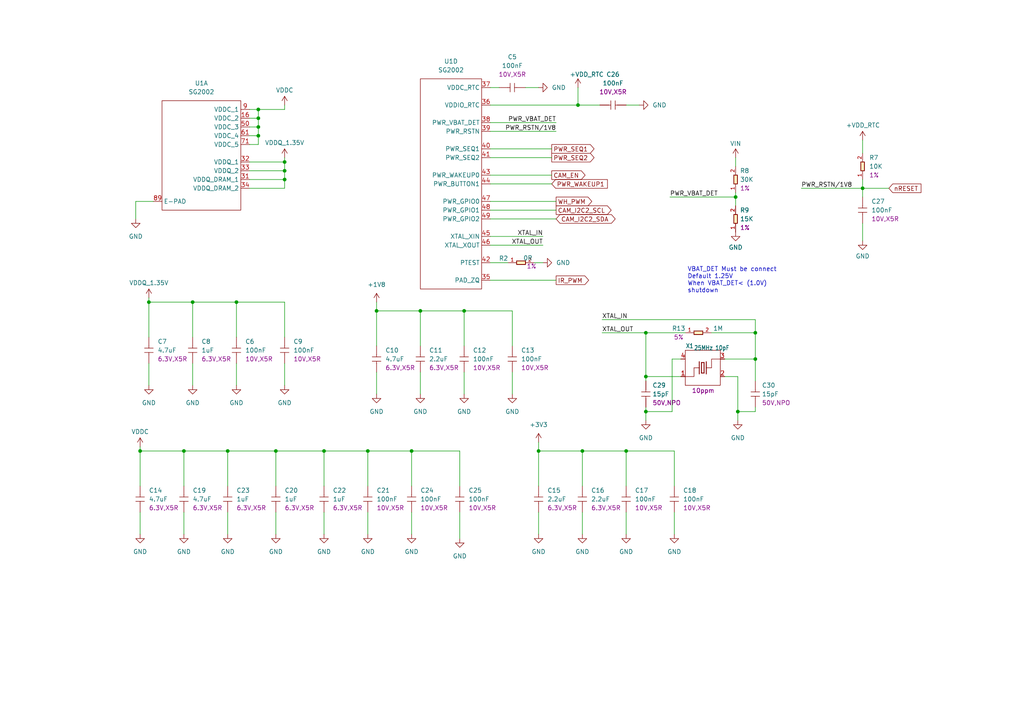
<source format=kicad_sch>
(kicad_sch (version 20231120) (generator "eeschema") (generator_version "8.0")
  (paper "A4")
  (title_block (title "ReCamera Core") (date "2024-04-25") (rev "V1.0") (company "Vincent"))
  (lib_symbols
    (symbol "P & G:+1V8" (power) (pin_names (offset 0))
      (property "Value" "+1V8" (at 0 3.556 0))
      (symbol "+1V8_1_1"
        (pin power_in line (at 0 0 90) (length 0) hide (name "+1V8") (number "1"))
      )
    )
    (symbol "P & G:+3V3" (power) (pin_names (offset 0))
      (property "Value" "+3V3" (at 0 3.556 0))
      (symbol "+3V3_1_1"
        (pin power_in line (at 0 0 90) (length 0) hide (name "+3V3") (number "1"))
      )
    )
    (symbol "P & G:+5V" (power) (pin_names (offset 0))
      (property "Value" "+5V" (at 0 3.556 0))
      (symbol "+5V_1_1"
        (pin power_in line (at 0 0 90) (length 0) hide (name "+5V") (number "1"))
      )
    )
    (symbol "P & G:GND" (power) (pin_names (offset 0))
      (property "Value" "GND" (at 0 -3.81 0))
      (symbol "GND_1_1"
        (pin power_in line (at 0 0 270) (length 0) hide (name "GND") (number "1"))
      )
    )
    (symbol "Seeed_libdb:Resistors/301010526" (pin_names (offset 1.016))
      (property "Reference" "R" (at -1.905 0.635 0))
      (property "Value" "10K" (at 0.635 0.635 0))
      (property "Power Rating" "1%" (at 0 0 0))
      (symbol "Resistors/301010526_0_0"
        (pin passive line (at -3.81 0 0) (length 2.54) (name "~") (number "1"))
        (pin passive line (at 3.81 0 180) (length 2.54) (name "~") (number "2"))
      )
    )
    (symbol "Seeed_libdb:Resistors/301010676" (pin_names (offset 1.016))
      (property "Reference" "R" (at -1.905 0.635 0))
      (property "Value" "1M" (at 0.635 0.635 0))
      (property "Power Rating" "5%" (at 0 0 0))
      (symbol "Resistors/301010676_0_0"
        (pin passive line (at -3.81 0 0) (length 2.54) (name "~") (number "1"))
        (pin passive line (at 3.81 0 180) (length 2.54) (name "~") (number "2"))
      )
    )
    (symbol "libdb:Capacitors/302010019" (pin_numbers hide) (pin_names hide)
      (property "Reference" "C" (at 3.175 0 0))
      (property "Value" "4.7uF" (at 5.715 -1.905 0))
      (property "Voltage Rating" "6.3V,X5R" (at 0 0 0))
      (symbol "Capacitors/302010019_1_1"
        (pin passive line (at 0 3.81 270) (length 2.54) (name "1") (number "1"))
        (pin passive line (at 0 -3.81 90) (length 2.54) (name "2") (number "2"))
      )
    )
    (symbol "libdb:Capacitors/302010233" (pin_numbers hide) (pin_names hide)
      (property "Reference" "C" (at 3.175 0 0))
      (property "Value" "2.2uF" (at 5.715 -1.905 0))
      (property "Voltage Rating" "6.3V,X5R" (at 0 0 0))
      (symbol "Capacitors/302010233_1_1"
        (pin passive line (at 0 3.81 270) (length 2.54) (name "1") (number "1"))
        (pin passive line (at 0 -3.81 90) (length 2.54) (name "2") (number "2"))
      )
    )
    (symbol "libdb:Capacitors/302010270" (pin_numbers hide) (pin_names hide)
      (property "Reference" "C" (at 3.175 0 0))
      (property "Value" "1uF" (at 5.715 -1.905 0))
      (property "Voltage Rating" "6.3V,X5R" (at 0 0 0))
      (symbol "Capacitors/302010270_1_1"
        (pin passive line (at 0 3.81 270) (length 2.54) (name "1") (number "1"))
        (pin passive line (at 0 -3.81 90) (length 2.54) (name "2") (number "2"))
      )
    )
    (symbol "libdb:Capacitors/302010271" (pin_numbers hide) (pin_names hide)
      (property "Reference" "C" (at 3.175 0 0))
      (property "Value" "100nF" (at 5.715 -1.905 0))
      (property "Voltage Rating" "10V,X5R" (at 0 0 0))
      (symbol "Capacitors/302010271_1_1"
        (pin passive line (at 0 3.81 270) (length 2.54) (name "1") (number "1"))
        (pin passive line (at 0 -3.81 90) (length 2.54) (name "2") (number "2"))
      )
    )
    (symbol "libdb:Capacitors/302013320" (pin_numbers hide) (pin_names hide)
      (property "Reference" "C" (at 3.175 0 0))
      (property "Value" "15pF" (at 5.715 -1.905 0))
      (property "Voltage Rating" "50V,NPO" (at 0 0 0))
      (symbol "Capacitors/302013320_1_1"
        (pin passive line (at 0 3.81 270) (length 2.54) (name "1") (number "1"))
        (pin passive line (at 0 -3.81 90) (length 2.54) (name "2") (number "2"))
      )
    )
    (symbol "libdb:Ic/310011796"
      (property "Reference" "U" (at -11.43 16.51 0))
      (property "Value" "SG2002" (at 8.89 16.51 0))
      (symbol "Ic/310011796_1_1"
        (pin passive line (at 13.97 10.16 180) (length 2.54) (name "VDDC_2") (number "16"))
        (pin passive line (at 13.97 -7.62 180) (length 2.54) (name "VDDQ_DRAM_1") (number "31"))
        (pin passive line (at 13.97 -2.54 180) (length 2.54) (name "VDDQ_1") (number "32"))
        (pin passive line (at 13.97 -5.08 180) (length 2.54) (name "VDDQ_2") (number "33"))
        (pin passive line (at 13.97 -10.16 180) (length 2.54) (name "VDDQ_DRAM_2") (number "34"))
        (pin passive line (at 13.97 7.62 180) (length 2.54) (name "VDDC_3") (number "50"))
        (pin passive line (at 13.97 5.08 180) (length 2.54) (name "VDDC_4") (number "61"))
        (pin passive line (at 13.97 2.54 180) (length 2.54) (name "VDDC_5") (number "71"))
        (pin passive line (at -13.97 -13.97 0) (length 2.54) (name "E-PAD") (number "89"))
        (pin passive line (at 13.97 12.7 180) (length 2.54) (name "VDDC_1") (number "9"))
      )
      (symbol "Ic/310011796_2_1"
        (pin passive line (at 11.43 -5.08 180) (length 2.54) (name "VSS18A_AUD") (number "1"))
        (pin passive line (at 11.43 7.62 180) (length 2.54) (name "PAD_AUD_AINL_MIC") (number "2"))
        (pin passive line (at 11.43 0 180) (length 2.54) (name "PAD_AUD_AVREF") (number "3"))
        (pin passive line (at 11.43 5.08 180) (length 2.54) (name "PAD_AUD_AOUTR") (number "4"))
        (pin passive line (at 11.43 12.7 180) (length 2.54) (name "VDD18A_AUD") (number "5"))
      )
      (symbol "Ic/310011796_3_1"
        (pin passive line (at 10.16 0 180) (length 2.54) (name "SD0_D1") (number "10"))
        (pin passive line (at 10.16 -2.54 180) (length 2.54) (name "SD0_D2") (number "11"))
        (pin passive line (at 10.16 -5.08 180) (length 2.54) (name "SD0_D3") (number "12"))
        (pin passive line (at 10.16 12.7 180) (length 2.54) (name "VDDIO_SD0_EMMC") (number "13"))
        (pin passive line (at 10.16 -7.62 180) (length 2.54) (name "SD0_CD") (number "14"))
        (pin passive line (at 10.16 -12.7 180) (length 2.54) (name "SD0_PWR_EN") (number "15"))
        (pin passive line (at 10.16 -63.5 180) (length 2.54) (name "SPK_EN") (number "17"))
        (pin passive line (at 10.16 -17.78 180) (length 2.54) (name "UART0_TX") (number "18"))
        (pin passive line (at 10.16 -20.32 180) (length 2.54) (name "UART0_RX") (number "19"))
        (pin passive line (at 10.16 -35.56 180) (length 2.54) (name "EMMC_DAT2") (number "20"))
        (pin passive line (at 10.16 -25.4 180) (length 2.54) (name "EMMC_CLK") (number "21"))
        (pin passive line (at 10.16 -30.48 180) (length 2.54) (name "EMMC_DAT0") (number "22"))
        (pin passive line (at 10.16 -38.1 180) (length 2.54) (name "EMMC_DAT3") (number "23"))
        (pin passive line (at 10.16 -27.94 180) (length 2.54) (name "EMMC_CMD") (number "24"))
        (pin passive line (at 10.16 -33.02 180) (length 2.54) (name "EMMC_DAT1") (number "25"))
        (pin passive line (at 10.16 -43.18 180) (length 2.54) (name "JTAG_CPU_TMS") (number "26"))
        (pin passive line (at 10.16 -45.72 180) (length 2.54) (name "JTAG_CPU_TCK") (number "27"))
        (pin passive line (at 10.16 -53.34 180) (length 2.54) (name "IIC0_SCL") (number "28"))
        (pin passive line (at 10.16 -50.8 180) (length 2.54) (name "IIC0_SDA") (number "29"))
        (pin passive line (at 10.16 -58.42 180) (length 2.54) (name "AUX0") (number "30"))
        (pin passive line (at 10.16 7.62 180) (length 2.54) (name "SD0_CLK") (number "6"))
        (pin passive line (at 10.16 5.08 180) (length 2.54) (name "SD0_CMD") (number "7"))
        (pin passive line (at 10.16 2.54 180) (length 2.54) (name "SD0_D0") (number "8"))
      )
      (symbol "Ic/310011796_4_1"
        (pin passive line (at 8.89 -43.18 180) (length 2.54) (name "PAD_ZQ") (number "35"))
        (pin passive line (at 8.89 7.62 180) (length 2.54) (name "VDDIO_RTC") (number "36"))
        (pin passive line (at 8.89 12.7 180) (length 2.54) (name "VDDC_RTC") (number "37"))
        (pin passive line (at 8.89 2.54 180) (length 2.54) (name "PWR_VBAT_DET") (number "38"))
        (pin passive line (at 8.89 0 180) (length 2.54) (name "PWR_RSTN") (number "39"))
        (pin passive line (at 8.89 -5.08 180) (length 2.54) (name "PWR_SEQ1") (number "40"))
        (pin passive line (at 8.89 -7.62 180) (length 2.54) (name "PWR_SEQ2") (number "41"))
        (pin passive line (at 8.89 -38.1 180) (length 2.54) (name "PTEST") (number "42"))
        (pin passive line (at 8.89 -12.7 180) (length 2.54) (name "PWR_WAKEUP0") (number "43"))
        (pin passive line (at 8.89 -15.24 180) (length 2.54) (name "PWR_BUTTON1") (number "44"))
        (pin passive line (at 8.89 -30.48 180) (length 2.54) (name "XTAL_XIN") (number "45"))
        (pin passive line (at 8.89 -33.02 180) (length 2.54) (name "XTAL_XOUT") (number "46"))
        (pin passive line (at 8.89 -20.32 180) (length 2.54) (name "PWR_GPIO0") (number "47"))
        (pin passive line (at 8.89 -22.86 180) (length 2.54) (name "PWR_GPIO1") (number "48"))
        (pin passive line (at 8.89 -25.4 180) (length 2.54) (name "PWR_GPIO2") (number "49"))
      )
      (symbol "Ic/310011796_5_1"
        (pin passive line (at 7.62 -5.08 180) (length 2.54) (name "SD1_D3") (number "51"))
        (pin passive line (at 7.62 -2.54 180) (length 2.54) (name "SD1_D2") (number "52"))
        (pin passive line (at 7.62 0 180) (length 2.54) (name "SD1_D1") (number "53"))
        (pin passive line (at 7.62 2.54 180) (length 2.54) (name "SD1_D0") (number "54"))
        (pin passive line (at 7.62 5.08 180) (length 2.54) (name "SD1_CMD") (number "55"))
        (pin passive line (at 7.62 7.62 180) (length 2.54) (name "SD1_CLK") (number "56"))
        (pin passive line (at 7.62 12.7 180) (length 2.54) (name "VDDIO_SD1") (number "57"))
      )
      (symbol "Ic/310011796_6_1"
        (pin passive line (at 13.97 -29.21 180) (length 2.54) (name "PWM0_BUCK") (number "58"))
        (pin passive line (at 13.97 -24.13 180) (length 2.54) (name "ADC1") (number "59"))
        (pin passive line (at 13.97 -19.05 180) (length 2.54) (name "USB_VBUS_DET") (number "60"))
        (pin passive line (at 13.97 1.27 180) (length 2.54) (name "PAD_ETH_TXP_EPHY_RXN") (number "62"))
        (pin passive line (at 13.97 -1.27 180) (length 2.54) (name "PAD_ETH_TXM_EPHY_RXP") (number "63"))
        (pin passive line (at 13.97 -3.81 180) (length 2.54) (name "PAD_ETH_RXP_EPHY_TXN") (number "64"))
        (pin passive line (at 13.97 -6.35 180) (length 2.54) (name "PAD_ETH_RXM_EPHY_TXP") (number "65"))
        (pin passive line (at 13.97 6.35 180) (length 2.54) (name "VDD33A_ETH_USB") (number "66"))
        (pin passive line (at 13.97 -8.89 180) (length 2.54) (name "GPIO_RTX_EPHY_RTX") (number "67"))
        (pin passive line (at 13.97 11.43 180) (length 2.54) (name "VDD18A_USB_PLL_ETH") (number "68"))
        (pin passive line (at 13.97 -13.97 180) (length 2.54) (name "USB_DP") (number "69"))
        (pin passive line (at 13.97 -16.51 180) (length 2.54) (name "USB_DM") (number "70"))
      )
      (symbol "Ic/310011796_7_1"
        (pin passive line (at 10.16 7.62 180) (length 2.54) (name "PAD_MIPIRX4N") (number "72"))
        (pin passive line (at 10.16 5.08 180) (length 2.54) (name "PAD_MIPIRX4P") (number "73"))
        (pin passive line (at 10.16 2.54 180) (length 2.54) (name "PAD_MIPIRX3N") (number "74"))
        (pin passive line (at 10.16 0 180) (length 2.54) (name "PAD_MIPIRX3P") (number "75"))
        (pin passive line (at 10.16 -2.54 180) (length 2.54) (name "PAD_MIPIRX2N") (number "76"))
        (pin passive line (at 10.16 -5.08 180) (length 2.54) (name "PAD_MIPIRX2P") (number "77"))
        (pin passive line (at 10.16 -7.62 180) (length 2.54) (name "PAD_MIPIRX1N") (number "78"))
        (pin passive line (at 10.16 -10.16 180) (length 2.54) (name "PAD_MIPIRX1P") (number "79"))
        (pin passive line (at 10.16 -12.7 180) (length 2.54) (name "PAD_MIPIRX0N") (number "80"))
        (pin passive line (at 10.16 -15.24 180) (length 2.54) (name "PAD_MIPIRX0P") (number "81"))
        (pin passive line (at 10.16 12.7 180) (length 2.54) (name "VDD18A_MIPI") (number "82"))
        (pin passive line (at 10.16 -20.32 180) (length 2.54) (name "PAD_MIPI_TXM2") (number "83"))
        (pin passive line (at 10.16 -22.86 180) (length 2.54) (name "PAD_MIPI_TXP2") (number "84"))
        (pin passive line (at 10.16 -25.4 180) (length 2.54) (name "PAD_MIPI_TXM1") (number "85"))
        (pin passive line (at 10.16 -27.94 180) (length 2.54) (name "PAD_MIPI_TXP1") (number "86"))
        (pin passive line (at 10.16 -30.48 180) (length 2.54) (name "PAD_MIPI_TXM0") (number "87"))
        (pin passive line (at 10.16 -33.02 180) (length 2.54) (name "PAD_MIPI_TXP0") (number "88"))
      )
    )
    (symbol "libdb:OSC & XTAL/306011563" (pin_names hide)
      (property "Reference" "X" (at -5.08 5.08 0))
      (property "Value" "25MHz 10pF" (at -2.54 5.08 0))
      (property "Rating" "10ppm" (at 0 0 0))
      (symbol "OSC & XTAL/306011563_1_0"
        (pin passive line (at -6.35 -2.54 0) (length 1.27) (name "1") (number "1"))
        (pin passive line (at 6.35 -2.54 180) (length 1.27) (name "2") (number "2"))
        (pin passive line (at 6.35 2.54 180) (length 1.27) (name "3") (number "3"))
        (pin passive line (at -6.35 2.54 0) (length 1.27) (name "4") (number "4"))
      )
    )
    (symbol "libdb:Resistors/301010525" (pin_names (offset 1.016))
      (property "Reference" "R" (at -1.905 0.635 0))
      (property "Value" "0R" (at 0.635 0.635 0))
      (property "Power Rating" "1%" (at 0 0 0))
      (symbol "Resistors/301010525_0_0"
        (pin passive line (at -3.81 0 0) (length 2.54) (name "~") (number "1"))
        (pin passive line (at 3.81 0 180) (length 2.54) (name "~") (number "2"))
      )
    )
    (symbol "libdb:Resistors/301012913" (pin_names (offset 1.016))
      (property "Reference" "R" (at -1.905 0.635 0))
      (property "Value" "15K" (at 0.635 0.635 0))
      (property "Power Rating" "1%" (at 0 0 0))
      (symbol "Resistors/301012913_0_0"
        (pin passive line (at -3.81 0 0) (length 2.54) (name "~") (number "1"))
        (pin passive line (at 3.81 0 180) (length 2.54) (name "~") (number "2"))
      )
    )
    (symbol "libdb:Resistors/301013727" (pin_names (offset 1.016))
      (property "Reference" "R" (at -1.905 0.635 0))
      (property "Value" "30K" (at 0.635 0.635 0))
      (property "Power Rating" "1%" (at 0 0 0))
      (symbol "Resistors/301013727_0_0"
        (pin passive line (at -3.81 0 0) (length 2.54) (name "~") (number "1"))
        (pin passive line (at 3.81 0 180) (length 2.54) (name "~") (number "2"))
      )
    )
  )
  (junction (at 187.325 119.38))
  (junction (at 106.68 130.81))
  (junction (at 74.93 39.37))
  (junction (at 93.98 130.81))
  (junction (at 74.93 36.83))
  (junction (at 156.21 130.81))
  (junction (at 213.995 119.38))
  (junction (at 250.19 54.61))
  (junction (at 167.64 30.48))
  (junction (at 181.61 130.81))
  (junction (at 40.64 130.81))
  (junction (at 55.88 87.63))
  (junction (at 168.91 130.81))
  (junction (at 80.01 130.81))
  (junction (at 43.18 87.63))
  (junction (at 219.075 96.52))
  (junction (at 187.325 96.52))
  (junction (at 74.93 31.75))
  (junction (at 109.22 90.17))
  (junction (at 121.92 90.17))
  (junction (at 82.55 49.53))
  (junction (at 68.58 87.63))
  (junction (at 119.38 130.81))
  (junction (at 213.36 57.15))
  (junction (at 53.34 130.81))
  (junction (at 82.55 46.99))
  (junction (at 219.075 104.14))
  (junction (at 66.04 130.81))
  (junction (at 187.325 109.22))
  (junction (at 74.93 34.29))
  (junction (at 134.62 90.17))
  (junction (at 82.55 52.07))
  (wire (pts (xy 197.485 104.14) (xy 194.945 104.14)))
  (wire (pts (xy 213.995 109.22) (xy 213.995 119.38)))
  (wire (pts (xy 181.61 148.59) (xy 181.61 154.94)))
  (wire (pts (xy 55.88 87.63) (xy 55.88 97.79)))
  (wire (pts (xy 43.18 87.63) (xy 55.88 87.63)))
  (wire (pts (xy 109.22 90.17) (xy 109.22 100.33)))
  (wire (pts (xy 53.34 130.81) (xy 66.04 130.81)))
  (wire (pts (xy 219.075 104.14) (xy 219.075 110.49)))
  (wire (pts (xy 40.64 129.54) (xy 40.64 130.81)))
  (wire (pts (xy 142.24 60.96) (xy 161.29 60.96)))
  (wire (pts (xy 142.24 63.5) (xy 161.29 63.5)))
  (wire (pts (xy 187.325 118.11) (xy 187.325 119.38)))
  (wire (pts (xy 82.55 97.79) (xy 82.55 87.63)))
  (wire (pts (xy 219.075 96.52) (xy 219.075 104.14)))
  (wire (pts (xy 250.19 52.07) (xy 250.19 54.61)))
  (wire (pts (xy 250.19 54.61) (xy 250.19 57.15)))
  (wire (pts (xy 80.01 148.59) (xy 80.01 154.94)))
  (wire (pts (xy 142.24 50.8) (xy 160.02 50.8)))
  (wire (pts (xy 68.58 87.63) (xy 82.55 87.63)))
  (wire (pts (xy 142.24 76.2) (xy 147.32 76.2)))
  (wire (pts (xy 210.185 109.22) (xy 213.995 109.22)))
  (wire (pts (xy 39.37 58.42) (xy 39.37 63.5)))
  (wire (pts (xy 210.185 104.14) (xy 219.075 104.14)))
  (wire (pts (xy 134.62 90.17) (xy 148.59 90.17)))
  (wire (pts (xy 66.04 130.81) (xy 66.04 140.97)))
  (wire (pts (xy 213.36 57.15) (xy 213.36 59.69)))
  (wire (pts (xy 82.55 52.07) (xy 82.55 54.61)))
  (wire (pts (xy 72.39 49.53) (xy 82.55 49.53)))
  (wire (pts (xy 213.995 119.38) (xy 213.995 121.92)))
  (wire (pts (xy 142.24 25.4) (xy 144.78 25.4)))
  (wire (pts (xy 80.01 140.97) (xy 80.01 130.81)))
  (wire (pts (xy 156.21 148.59) (xy 156.21 154.94)))
  (wire (pts (xy 74.93 31.75) (xy 82.55 31.75)))
  (wire (pts (xy 195.58 148.59) (xy 195.58 154.94)))
  (wire (pts (xy 168.91 130.81) (xy 168.91 140.97)))
  (wire (pts (xy 119.38 130.81) (xy 119.38 140.97)))
  (wire (pts (xy 74.93 34.29) (xy 74.93 36.83)))
  (wire (pts (xy 174.625 92.71) (xy 219.075 92.71)))
  (wire (pts (xy 187.325 109.22) (xy 187.325 110.49)))
  (wire (pts (xy 93.98 130.81) (xy 93.98 140.97)))
  (wire (pts (xy 106.68 130.81) (xy 119.38 130.81)))
  (wire (pts (xy 148.59 107.95) (xy 148.59 114.3)))
  (wire (pts (xy 187.325 109.22) (xy 197.485 109.22)))
  (wire (pts (xy 109.22 90.17) (xy 121.92 90.17)))
  (wire (pts (xy 142.24 43.18) (xy 160.02 43.18)))
  (wire (pts (xy 133.35 148.59) (xy 133.35 156.21)))
  (wire (pts (xy 55.88 87.63) (xy 68.58 87.63)))
  (wire (pts (xy 250.19 54.61) (xy 257.81 54.61)))
  (wire (pts (xy 72.39 31.75) (xy 74.93 31.75)))
  (wire (pts (xy 106.68 130.81) (xy 106.68 140.97)))
  (wire (pts (xy 134.62 107.95) (xy 134.62 114.3)))
  (wire (pts (xy 213.995 119.38) (xy 219.075 119.38)))
  (wire (pts (xy 168.91 148.59) (xy 168.91 154.94)))
  (wire (pts (xy 44.45 58.42) (xy 39.37 58.42)))
  (wire (pts (xy 167.64 30.48) (xy 167.64 25.4)))
  (wire (pts (xy 152.4 25.4) (xy 156.21 25.4)))
  (wire (pts (xy 109.22 107.95) (xy 109.22 114.3)))
  (wire (pts (xy 133.35 140.97) (xy 133.35 130.81)))
  (wire (pts (xy 142.24 81.28) (xy 161.29 81.28)))
  (wire (pts (xy 174.625 96.52) (xy 187.325 96.52)))
  (wire (pts (xy 74.93 41.91) (xy 74.93 39.37)))
  (wire (pts (xy 148.59 100.33) (xy 148.59 90.17)))
  (wire (pts (xy 43.18 87.63) (xy 43.18 97.79)))
  (wire (pts (xy 167.64 30.48) (xy 173.99 30.48)))
  (wire (pts (xy 72.39 54.61) (xy 82.55 54.61)))
  (wire (pts (xy 68.58 87.63) (xy 68.58 97.79)))
  (wire (pts (xy 72.39 34.29) (xy 74.93 34.29)))
  (wire (pts (xy 194.31 57.15) (xy 213.36 57.15)))
  (wire (pts (xy 82.55 105.41) (xy 82.55 111.76)))
  (wire (pts (xy 194.945 119.38) (xy 187.325 119.38)))
  (wire (pts (xy 142.24 35.56) (xy 161.29 35.56)))
  (wire (pts (xy 93.98 148.59) (xy 93.98 154.94)))
  (wire (pts (xy 43.18 86.36) (xy 43.18 87.63)))
  (wire (pts (xy 55.88 105.41) (xy 55.88 111.76)))
  (wire (pts (xy 142.24 38.1) (xy 161.29 38.1)))
  (wire (pts (xy 250.19 64.77) (xy 250.19 69.85)))
  (wire (pts (xy 121.92 107.95) (xy 121.92 114.3)))
  (wire (pts (xy 82.55 49.53) (xy 82.55 52.07)))
  (wire (pts (xy 219.075 92.71) (xy 219.075 96.52)))
  (wire (pts (xy 142.24 68.58) (xy 157.48 68.58)))
  (wire (pts (xy 121.92 90.17) (xy 134.62 90.17)))
  (wire (pts (xy 109.22 87.63) (xy 109.22 90.17)))
  (wire (pts (xy 181.61 130.81) (xy 195.58 130.81)))
  (wire (pts (xy 68.58 105.41) (xy 68.58 111.76)))
  (wire (pts (xy 93.98 130.81) (xy 106.68 130.81)))
  (wire (pts (xy 213.36 55.88) (xy 213.36 57.15)))
  (wire (pts (xy 187.325 96.52) (xy 187.325 109.22)))
  (wire (pts (xy 142.24 45.72) (xy 160.02 45.72)))
  (wire (pts (xy 195.58 140.97) (xy 195.58 130.81)))
  (wire (pts (xy 168.91 130.81) (xy 181.61 130.81)))
  (wire (pts (xy 156.21 130.81) (xy 156.21 140.97)))
  (wire (pts (xy 156.21 128.27) (xy 156.21 130.81)))
  (wire (pts (xy 40.64 130.81) (xy 53.34 130.81)))
  (wire (pts (xy 82.55 30.48) (xy 82.55 31.75)))
  (wire (pts (xy 156.21 130.81) (xy 168.91 130.81)))
  (wire (pts (xy 72.39 36.83) (xy 74.93 36.83)))
  (wire (pts (xy 206.375 96.52) (xy 219.075 96.52)))
  (wire (pts (xy 219.075 119.38) (xy 219.075 118.11)))
  (wire (pts (xy 72.39 41.91) (xy 74.93 41.91)))
  (wire (pts (xy 72.39 46.99) (xy 82.55 46.99)))
  (wire (pts (xy 82.55 46.99) (xy 82.55 49.53)))
  (wire (pts (xy 74.93 36.83) (xy 74.93 39.37)))
  (wire (pts (xy 142.24 58.42) (xy 161.29 58.42)))
  (wire (pts (xy 106.68 148.59) (xy 106.68 154.94)))
  (wire (pts (xy 142.24 71.12) (xy 157.48 71.12)))
  (wire (pts (xy 74.93 34.29) (xy 74.93 31.75)))
  (wire (pts (xy 142.24 53.34) (xy 160.02 53.34)))
  (wire (pts (xy 119.38 130.81) (xy 133.35 130.81)))
  (wire (pts (xy 154.94 76.2) (xy 157.48 76.2)))
  (wire (pts (xy 119.38 148.59) (xy 119.38 154.94)))
  (wire (pts (xy 134.62 90.17) (xy 134.62 100.33)))
  (wire (pts (xy 53.34 130.81) (xy 53.34 140.97)))
  (wire (pts (xy 72.39 52.07) (xy 82.55 52.07)))
  (wire (pts (xy 187.325 119.38) (xy 187.325 121.92)))
  (wire (pts (xy 213.36 45.72) (xy 213.36 48.26)))
  (wire (pts (xy 40.64 148.59) (xy 40.64 154.94)))
  (wire (pts (xy 80.01 130.81) (xy 93.98 130.81)))
  (wire (pts (xy 66.04 148.59) (xy 66.04 154.94)))
  (wire (pts (xy 181.61 130.81) (xy 181.61 140.97)))
  (wire (pts (xy 187.325 96.52) (xy 198.755 96.52)))
  (wire (pts (xy 181.61 30.48) (xy 185.42 30.48)))
  (wire (pts (xy 142.24 30.48) (xy 167.64 30.48)))
  (wire (pts (xy 72.39 39.37) (xy 74.93 39.37)))
  (wire (pts (xy 250.19 54.61) (xy 232.41 54.61)))
  (wire (pts (xy 82.55 45.72) (xy 82.55 46.99)))
  (wire (pts (xy 53.34 148.59) (xy 53.34 154.94)))
  (wire (pts (xy 40.64 130.81) (xy 40.64 140.97)))
  (wire (pts (xy 66.04 130.81) (xy 80.01 130.81)))
  (wire (pts (xy 43.18 105.41) (xy 43.18 111.76)))
  (wire (pts (xy 121.92 90.17) (xy 121.92 100.33)))
  (wire (pts (xy 194.945 104.14) (xy 194.945 119.38)))
  (wire (pts (xy 250.19 40.64) (xy 250.19 44.45)))
  (text "VBAT_DET Must be connect\nDefault 1.25V\nWhen VBAT_DET< (1.0V)\nshutdown" (at 199.39 85.09 0) (effects (font (size 1.27 1.27)) (justify left bottom)))
  (label "PWR_RSTN{slash}1V8" (at 161.29 38.1 180))
  (label "PWR_RSTN{slash}1V8" (at 232.41 54.61 0))
  (label "PWR_VBAT_DET" (at 194.31 57.15 0))
  (label "XTAL_OUT" (at 174.625 96.52 0))
  (label "XTAL_IN" (at 157.48 68.58 180))
  (label "XTAL_OUT" (at 157.48 71.12 180))
  (label "PWR_VBAT_DET" (at 161.29 35.56 180))
  (label "XTAL_IN" (at 174.625 92.71 0))
  (global_label "PWR_SEQ2" (shape output) (at 160.02 45.72 0) (property "Intersheetrefs" "${INTERSHEET_REFS}" (effects (hide yes))))
  (global_label "WH_PWM" (shape output) (at 161.29 58.42 0) (property "Intersheetrefs" "${INTERSHEET_REFS}" (effects (hide yes))))
  (global_label "CAM_I2C2_SCL" (shape output) (at 161.29 60.96 0) (property "Intersheetrefs" "${INTERSHEET_REFS}" (effects (hide yes))))
  (global_label "PWR_SEQ1" (shape output) (at 160.02 43.18 0) (property "Intersheetrefs" "${INTERSHEET_REFS}" (effects (hide yes))))
  (global_label "CAM_EN" (shape output) (at 160.02 50.8 0) (property "Intersheetrefs" "${INTERSHEET_REFS}" (effects (hide yes))))
  (global_label "CAM_I2C2_SDA" (shape bidirectional) (at 161.29 63.5 0) (property "Intersheetrefs" "${INTERSHEET_REFS}" (effects (hide yes))))
  (global_label "IR_PWM" (shape output) (at 161.29 81.28 0) (property "Intersheetrefs" "${INTERSHEET_REFS}" (effects (hide yes))))
  (global_label "nRESET" (shape input) (at 257.81 54.61 0) (property "Intersheetrefs" "${INTERSHEET_REFS}" (effects (hide yes))))
  (global_label "PWR_WAKEUP1" (shape input) (at 160.02 53.34 0) (property "Intersheetrefs" "${INTERSHEET_REFS}" (effects (hide yes))))
  (symbol (lib_id "P & G:GND") (at 133.35 156.21 0) (unit 1)
    (property "Reference" "#PWR037" (effects (hide yes)))
    (property "Value" "GND" (at 133.35 161.29 0))
  )
  (symbol (lib_id "libdb:Capacitors/302010271") (at 177.8 30.48 90) (unit 1)
    (property "Reference" "C26" (at 177.8 21.59 90))
    (property "Value" "100nF" (at 177.8 24.13 90))
    (property "Footprint" "Capacitor:C0201" (effects (hide yes)))
    (property "Description" "SMD CAP Ceramic 100nF-10V-10%-X5R;0201" (effects (hide yes)))
    (property "Manufacturer" "YAGEO" (effects (hide yes)))
    (property "MPN" "CC0201KRX5R6BB104" (effects (hide yes)))
    (property "SKU" "302010271" (effects (hide yes)))
    (property "Part Type" "Ceramic" (effects (hide yes)))
    (property "Voltage Rating" "10V,X5R" (at 177.8 26.67 90))
    (property "Status" "ODYSSEY-i.MX8M" (effects (hide yes)))
    (property "Temperature" "-55°C to 85°C" (effects (hide yes)))
  )
  (symbol (lib_id "P & G:GND") (at 168.91 154.94 0) (unit 1)
    (property "Reference" "#PWR045" (effects (hide yes)))
    (property "Value" "GND" (at 168.91 160.02 0))
  )
  (symbol (lib_id "P & G:+1V8") (at 250.19 40.64 0) (unit 1)
    (property "Reference" "#PWR053" (effects (hide yes)))
    (property "Value" "+VDD_RTC" (at 245.364 36.322 0) (effects (justify left)))
  )
  (symbol (lib_id "P & G:GND") (at 39.37 63.5 0) (unit 1)
    (property "Reference" "#PWR022" (effects (hide yes)))
    (property "Value" "GND" (at 39.37 68.58 0))
  )
  (symbol (lib_id "P & G:GND") (at 80.01 154.94 0) (unit 1)
    (property "Reference" "#PWR029" (effects (hide yes)))
    (property "Value" "GND" (at 80.01 160.02 0))
  )
  (symbol (lib_id "libdb:Capacitors/302010270") (at 55.88 101.6 0) (unit 1)
    (property "Reference" "C8" (at 58.42 99.0599 0) (effects (justify left)))
    (property "Value" "1uF" (at 58.42 101.5999 0) (effects (justify left)))
    (property "Footprint" "Capacitor:C0201" (effects (hide yes)))
    (property "Description" "SMD CAP Ceramic;1uF-6.3V-±20%-X5R;0201" (effects (hide yes)))
    (property "Manufacturer" "YAGEO" (effects (hide yes)))
    (property "MPN" "CC0201MRX5R5BB105" (effects (hide yes)))
    (property "SKU" "302010270" (effects (hide yes)))
    (property "Part Type" "Ceramic" (effects (hide yes)))
    (property "Voltage Rating" "6.3V,X5R" (at 58.42 104.1399 0) (effects (justify left)))
    (property "Status" "ODYSSEY-i.MX8M" (effects (hide yes)))
    (property "Temperature" "-55°C to 85°C" (effects (hide yes)))
  )
  (symbol (lib_id "P & G:GND") (at 106.68 154.94 0) (unit 1)
    (property "Reference" "#PWR032" (effects (hide yes)))
    (property "Value" "GND" (at 106.68 160.02 0))
  )
  (symbol (lib_id "P & G:+3V3") (at 156.21 128.27 0) (unit 1)
    (property "Reference" "#PWR041" (effects (hide yes)))
    (property "Value" "+3V3" (at 156.21 123.19 0))
  )
  (symbol (lib_id "libdb:Capacitors/302010019") (at 40.64 144.78 0) (unit 1)
    (property "Reference" "C14" (at 43.18 142.2399 0) (effects (justify left)))
    (property "Value" "4.7uF" (at 43.18 144.7799 0) (effects (justify left)))
    (property "Footprint" "Capacitor:C0402" (effects (hide yes)))
    (property "Description" "SMD CAP Ceramic 4.7uF-6.3V-20%-X5R;0402" (effects (hide yes)))
    (property "Manufacturer" "YAGEO" (effects (hide yes)))
    (property "MPN" "CC0402MRX5R5BB475" (effects (hide yes)))
    (property "SKU" "302010019" (effects (hide yes)))
    (property "Part Type" "Ceramic" (effects (hide yes)))
    (property "Voltage Rating" "6.3V,X5R" (at 43.18 147.3199 0) (effects (justify left)))
    (property "Status" "BeagleBone Carrier Board" (effects (hide yes)))
    (property "Temperature" "-55°C to 85°C" (effects (hide yes)))
  )
  (symbol (lib_id "P & G:GND") (at 66.04 154.94 0) (unit 1)
    (property "Reference" "#PWR027" (effects (hide yes)))
    (property "Value" "GND" (at 66.04 160.02 0))
  )
  (symbol (lib_id "libdb:OSC & XTAL/306011563") (at 203.835 106.68 0) (unit 1)
    (property "Reference" "X1" (at 200.025 100.33 0) (effects (font (size 1.27 1.0795))))
    (property "Value" "25MHz 10pF" (at 201.295 101.6 0) (effects (font (size 1.27 1.0795)) (justify left bottom)))
    (property "Footprint" "Crystal:X4-SMD-2.0X1.6MM" (effects (hide yes)))
    (property "Description" "SMD Crystal 25MHz-10pF-10ppm-80R;4P-SMD-L2.0*W1.6*H0.55mm" (effects (hide yes)))
    (property "Manufacturer" "ECEC" (effects (hide yes)))
    (property "MPN" "Y25000C036" (effects (hide yes)))
    (property "SKU" "306011563" (effects (hide yes)))
    (property "Part Type" "Crystal" (effects (hide yes)))
    (property "Rating" "10ppm" (at 203.962 113.284 0))
    (property "Status" "Recamera" (effects (hide yes)))
    (property "Temperature" "-40°C to 85°C" (effects (hide yes)))
  )
  (symbol (lib_id "libdb:Capacitors/302010271") (at 68.58 101.6 0) (unit 1)
    (property "Reference" "C6" (at 71.12 99.0599 0) (effects (justify left)))
    (property "Value" "100nF" (at 71.12 101.5999 0) (effects (justify left)))
    (property "Footprint" "Capacitor:C0201" (effects (hide yes)))
    (property "Description" "SMD CAP Ceramic 100nF-10V-10%-X5R;0201" (effects (hide yes)))
    (property "Manufacturer" "YAGEO" (effects (hide yes)))
    (property "MPN" "CC0201KRX5R6BB104" (effects (hide yes)))
    (property "SKU" "302010271" (effects (hide yes)))
    (property "Part Type" "Ceramic" (effects (hide yes)))
    (property "Voltage Rating" "10V,X5R" (at 71.12 104.1399 0) (effects (justify left)))
    (property "Status" "ODYSSEY-i.MX8M" (effects (hide yes)))
    (property "Temperature" "-55°C to 85°C" (effects (hide yes)))
  )
  (symbol (lib_id "P & G:GND") (at 121.92 114.3 0) (unit 1)
    (property "Reference" "#PWR036" (effects (hide yes)))
    (property "Value" "GND" (at 121.92 119.38 0))
  )
  (symbol (lib_id "P & G:GND") (at 82.55 111.76 0) (unit 1)
    (property "Reference" "#PWR030" (effects (hide yes)))
    (property "Value" "GND" (at 82.55 116.84 0))
  )
  (symbol (lib_id "libdb:Capacitors/302010270") (at 66.04 144.78 0) (unit 1)
    (property "Reference" "C23" (at 68.58 142.2399 0) (effects (justify left)))
    (property "Value" "1uF" (at 68.58 144.7799 0) (effects (justify left)))
    (property "Footprint" "Capacitor:C0201" (effects (hide yes)))
    (property "Description" "SMD CAP Ceramic;1uF-6.3V-±20%-X5R;0201" (effects (hide yes)))
    (property "Manufacturer" "YAGEO" (effects (hide yes)))
    (property "MPN" "CC0201MRX5R5BB105" (effects (hide yes)))
    (property "SKU" "302010270" (effects (hide yes)))
    (property "Part Type" "Ceramic" (effects (hide yes)))
    (property "Voltage Rating" "6.3V,X5R" (at 68.58 147.3199 0) (effects (justify left)))
    (property "Status" "ODYSSEY-i.MX8M" (effects (hide yes)))
    (property "Temperature" "-55°C to 85°C" (effects (hide yes)))
  )
  (symbol (lib_id "P & G:GND") (at 187.325 121.92 0) (unit 1)
    (property "Reference" "#PWR048" (effects (hide yes)))
    (property "Value" "GND" (at 187.325 127 0))
  )
  (symbol (lib_id "P & G:GND") (at 156.21 25.4 90) (unit 1)
    (property "Reference" "#PWR040" (effects (hide yes)))
    (property "Value" "GND" (at 160.02 25.4 90) (effects (justify right)))
  )
  (symbol (lib_id "libdb:Capacitors/302010271") (at 106.68 144.78 0) (unit 1)
    (property "Reference" "C21" (at 109.22 142.2399 0) (effects (justify left)))
    (property "Value" "100nF" (at 109.22 144.7799 0) (effects (justify left)))
    (property "Footprint" "Capacitor:C0201" (effects (hide yes)))
    (property "Description" "SMD CAP Ceramic 100nF-10V-10%-X5R;0201" (effects (hide yes)))
    (property "Manufacturer" "YAGEO" (effects (hide yes)))
    (property "MPN" "CC0201KRX5R6BB104" (effects (hide yes)))
    (property "SKU" "302010271" (effects (hide yes)))
    (property "Part Type" "Ceramic" (effects (hide yes)))
    (property "Voltage Rating" "10V,X5R" (at 109.22 147.3199 0) (effects (justify left)))
    (property "Status" "ODYSSEY-i.MX8M" (effects (hide yes)))
    (property "Temperature" "-55°C to 85°C" (effects (hide yes)))
  )
  (symbol (lib_id "libdb:Capacitors/302010271") (at 133.35 144.78 0) (unit 1)
    (property "Reference" "C25" (at 135.89 142.2399 0) (effects (justify left)))
    (property "Value" "100nF" (at 135.89 144.7799 0) (effects (justify left)))
    (property "Footprint" "Capacitor:C0201" (effects (hide yes)))
    (property "Description" "SMD CAP Ceramic 100nF-10V-10%-X5R;0201" (effects (hide yes)))
    (property "Manufacturer" "YAGEO" (effects (hide yes)))
    (property "MPN" "CC0201KRX5R6BB104" (effects (hide yes)))
    (property "SKU" "302010271" (effects (hide yes)))
    (property "Part Type" "Ceramic" (effects (hide yes)))
    (property "Voltage Rating" "10V,X5R" (at 135.89 147.3199 0) (effects (justify left)))
    (property "Status" "ODYSSEY-i.MX8M" (effects (hide yes)))
    (property "Temperature" "-55°C to 85°C" (effects (hide yes)))
  )
  (symbol (lib_id "libdb:Capacitors/302010019") (at 109.22 104.14 0) (unit 1)
    (property "Reference" "C10" (at 111.76 101.5999 0) (effects (justify left)))
    (property "Value" "4.7uF" (at 111.76 104.1399 0) (effects (justify left)))
    (property "Footprint" "Capacitor:C0402" (effects (hide yes)))
    (property "Description" "SMD CAP Ceramic 4.7uF-6.3V-20%-X5R;0402" (effects (hide yes)))
    (property "Manufacturer" "YAGEO" (effects (hide yes)))
    (property "MPN" "CC0402MRX5R5BB475" (effects (hide yes)))
    (property "SKU" "302010019" (effects (hide yes)))
    (property "Part Type" "Ceramic" (effects (hide yes)))
    (property "Voltage Rating" "6.3V,X5R" (at 111.76 106.6799 0) (effects (justify left)))
    (property "Status" "BeagleBone Carrier Board" (effects (hide yes)))
    (property "Temperature" "-55°C to 85°C" (effects (hide yes)))
  )
  (symbol (lib_id "libdb:Capacitors/302010270") (at 80.01 144.78 0) (unit 1)
    (property "Reference" "C20" (at 82.55 142.2399 0) (effects (justify left)))
    (property "Value" "1uF" (at 82.55 144.7799 0) (effects (justify left)))
    (property "Footprint" "Capacitor:C0201" (effects (hide yes)))
    (property "Description" "SMD CAP Ceramic;1uF-6.3V-±20%-X5R;0201" (effects (hide yes)))
    (property "Manufacturer" "YAGEO" (effects (hide yes)))
    (property "MPN" "CC0201MRX5R5BB105" (effects (hide yes)))
    (property "SKU" "302010270" (effects (hide yes)))
    (property "Part Type" "Ceramic" (effects (hide yes)))
    (property "Voltage Rating" "6.3V,X5R" (at 82.55 147.3199 0) (effects (justify left)))
    (property "Status" "ODYSSEY-i.MX8M" (effects (hide yes)))
    (property "Temperature" "-55°C to 85°C" (effects (hide yes)))
  )
  (symbol (lib_id "libdb:Capacitors/302010270") (at 93.98 144.78 0) (unit 1)
    (property "Reference" "C22" (at 96.52 142.2399 0) (effects (justify left)))
    (property "Value" "1uF" (at 96.52 144.7799 0) (effects (justify left)))
    (property "Footprint" "Capacitor:C0201" (effects (hide yes)))
    (property "Description" "SMD CAP Ceramic;1uF-6.3V-±20%-X5R;0201" (effects (hide yes)))
    (property "Manufacturer" "YAGEO" (effects (hide yes)))
    (property "MPN" "CC0201MRX5R5BB105" (effects (hide yes)))
    (property "SKU" "302010270" (effects (hide yes)))
    (property "Part Type" "Ceramic" (effects (hide yes)))
    (property "Voltage Rating" "6.3V,X5R" (at 96.52 147.3199 0) (effects (justify left)))
    (property "Status" "ODYSSEY-i.MX8M" (effects (hide yes)))
    (property "Temperature" "-55°C to 85°C" (effects (hide yes)))
  )
  (symbol (lib_id "libdb:Capacitors/302010233") (at 121.92 104.14 0) (unit 1)
    (property "Reference" "C11" (at 124.46 101.5999 0) (effects (justify left)))
    (property "Value" "2.2uF" (at 124.46 104.1399 0) (effects (justify left)))
    (property "Footprint" "Capacitor:C0402" (effects (hide yes)))
    (property "Description" "SMD CAP Ceramic 2.2uF-6.3V-20%-X5R;0402" (effects (hide yes)))
    (property "Manufacturer" "YAGEO" (effects (hide yes)))
    (property "MPN" "CC0402MRX5R5BB225" (effects (hide yes)))
    (property "SKU" "302010233" (effects (hide yes)))
    (property "Part Type" "Ceramic" (effects (hide yes)))
    (property "Voltage Rating" "6.3V,X5R" (at 124.46 106.6799 0) (effects (justify left)))
    (property "Status" "BeagleBone Carrier Board" (effects (hide yes)))
    (property "Temperature" "-55°C to 85°C" (effects (hide yes)))
  )
  (symbol (lib_id "P & G:GND") (at 134.62 114.3 0) (unit 1)
    (property "Reference" "#PWR038" (effects (hide yes)))
    (property "Value" "GND" (at 134.62 119.38 0))
  )
  (symbol (lib_id "P & G:GND") (at 53.34 154.94 0) (unit 1)
    (property "Reference" "#PWR025" (effects (hide yes)))
    (property "Value" "GND" (at 53.34 160.02 0))
  )
  (symbol (lib_id "P & G:+5V") (at 213.36 45.72 0) (unit 1)
    (property "Reference" "#PWR0138" (effects (hide yes)))
    (property "Value" "VIN" (at 213.36 41.656 0))
  )
  (symbol (lib_id "libdb:Ic/310011796") (at 133.35 38.1 0) (unit 4)
    (property "Reference" "U1" (at 130.81 17.78 0))
    (property "Value" "SG2002" (at 130.81 20.32 0))
    (property "Footprint" "Ic:QFN88-0.35-9X9X0.9MM_small" (effects (hide yes)))
    (property "Description" "SMD IC MPU;Cortex-A53/RISC-V C906 1.0GHz;9*9*0.9mm-QFN88" (effects (hide yes)))
    (property "Manufacturer" "SPOHON" (effects (hide yes)))
    (property "MPN" "SG2002" (effects (hide yes)))
    (property "SKU" "310011796" (effects (hide yes)))
    (property "Part Type" "MCU" (effects (hide yes)))
    (property "Temperature" "-30°C to 70°C" (effects (hide yes)))
  )
  (symbol (lib_id "P & G:+1V8") (at 109.22 87.63 0) (unit 1)
    (property "Reference" "#PWR033" (effects (hide yes)))
    (property "Value" "+1V8" (at 109.22 82.55 0))
  )
  (symbol (lib_id "libdb:Capacitors/302010271") (at 82.55 101.6 0) (unit 1)
    (property "Reference" "C9" (at 85.09 99.0599 0) (effects (justify left)))
    (property "Value" "100nF" (at 85.09 101.5999 0) (effects (justify left)))
    (property "Footprint" "Capacitor:C0201" (effects (hide yes)))
    (property "Description" "SMD CAP Ceramic 100nF-10V-10%-X5R;0201" (effects (hide yes)))
    (property "Manufacturer" "YAGEO" (effects (hide yes)))
    (property "MPN" "CC0201KRX5R6BB104" (effects (hide yes)))
    (property "SKU" "302010271" (effects (hide yes)))
    (property "Part Type" "Ceramic" (effects (hide yes)))
    (property "Voltage Rating" "10V,X5R" (at 85.09 104.1399 0) (effects (justify left)))
    (property "Status" "ODYSSEY-i.MX8M" (effects (hide yes)))
    (property "Temperature" "-55°C to 85°C" (effects (hide yes)))
  )
  (symbol (lib_id "P & G:+1V8") (at 82.55 45.72 0) (unit 1)
    (property "Reference" "#PWR0135" (effects (hide yes)))
    (property "Value" "VDDQ_1.35V" (at 82.55 41.402 0))
  )
  (symbol (lib_id "P & G:+1V8") (at 43.18 86.36 0) (unit 1)
    (property "Reference" "#PWR0136" (effects (hide yes)))
    (property "Value" "VDDQ_1.35V" (at 43.18 82.042 0))
  )
  (symbol (lib_id "P & G:+1V8") (at 40.64 129.54 0) (unit 1)
    (property "Reference" "#PWR0137" (effects (hide yes)))
    (property "Value" "VDDC" (at 40.64 125.222 0))
  )
  (symbol (lib_id "P & G:GND") (at 148.59 114.3 0) (unit 1)
    (property "Reference" "#PWR039" (effects (hide yes)))
    (property "Value" "GND" (at 148.59 119.38 0))
  )
  (symbol (lib_id "P & G:GND") (at 185.42 30.48 90) (unit 1)
    (property "Reference" "#PWR047" (effects (hide yes)))
    (property "Value" "GND" (at 189.23 30.48 90) (effects (justify right)))
  )
  (symbol (lib_id "P & G:GND") (at 119.38 154.94 0) (unit 1)
    (property "Reference" "#PWR035" (effects (hide yes)))
    (property "Value" "GND" (at 119.38 160.02 0))
  )
  (symbol (lib_id "libdb:Capacitors/302010271") (at 148.59 25.4 90) (unit 1)
    (property "Reference" "C5" (at 148.59 16.51 90))
    (property "Value" "100nF" (at 148.59 19.05 90))
    (property "Footprint" "Capacitor:C0201" (effects (hide yes)))
    (property "Description" "SMD CAP Ceramic 100nF-10V-10%-X5R;0201" (effects (hide yes)))
    (property "Manufacturer" "YAGEO" (effects (hide yes)))
    (property "MPN" "CC0201KRX5R6BB104" (effects (hide yes)))
    (property "SKU" "302010271" (effects (hide yes)))
    (property "Part Type" "Ceramic" (effects (hide yes)))
    (property "Voltage Rating" "10V,X5R" (at 148.59 21.59 90))
    (property "Status" "ODYSSEY-i.MX8M" (effects (hide yes)))
    (property "Temperature" "-55°C to 85°C" (effects (hide yes)))
  )
  (symbol (lib_id "libdb:Resistors/301013727") (at 213.36 52.07 90) (unit 1)
    (property "Reference" "R8" (at 214.63 49.5299 90) (effects (justify right)))
    (property "Value" "30K" (at 214.63 52.0699 90) (effects (justify right)))
    (property "Footprint" "Resistor:R0201" (effects (hide yes)))
    (property "Description" "SMD RES 30K-1%-1/20W;0201" (effects (hide yes)))
    (property "Manufacturer" "YAGEO" (effects (hide yes)))
    (property "MPN" "RC0201FR-0730KL" (effects (hide yes)))
    (property "SKU" "301013727" (effects (hide yes)))
    (property "Resistance" "30K" (effects (hide yes)))
    (property "Part Type" "RES" (effects (hide yes)))
    (property "Power Rating" "1%" (at 214.63 54.6099 90) (effects (justify right)))
    (property "Status" "Recamera" (effects (hide yes)))
    (property "Temperature" "-55°C to 125°C" (effects (hide yes)))
  )
  (symbol (lib_id "libdb:Capacitors/302010271") (at 119.38 144.78 0) (unit 1)
    (property "Reference" "C24" (at 121.92 142.2399 0) (effects (justify left)))
    (property "Value" "100nF" (at 121.92 144.7799 0) (effects (justify left)))
    (property "Footprint" "Capacitor:C0201" (effects (hide yes)))
    (property "Description" "SMD CAP Ceramic 100nF-10V-10%-X5R;0201" (effects (hide yes)))
    (property "Manufacturer" "YAGEO" (effects (hide yes)))
    (property "MPN" "CC0201KRX5R6BB104" (effects (hide yes)))
    (property "SKU" "302010271" (effects (hide yes)))
    (property "Part Type" "Ceramic" (effects (hide yes)))
    (property "Voltage Rating" "10V,X5R" (at 121.92 147.3199 0) (effects (justify left)))
    (property "Status" "ODYSSEY-i.MX8M" (effects (hide yes)))
    (property "Temperature" "-55°C to 85°C" (effects (hide yes)))
  )
  (symbol (lib_id "P & G:+1V8") (at 82.55 30.48 0) (unit 1)
    (property "Reference" "#PWR0134" (effects (hide yes)))
    (property "Value" "VDDC" (at 82.55 26.162 0))
  )
  (symbol (lib_id "P & G:GND") (at 156.21 154.94 0) (unit 1)
    (property "Reference" "#PWR042" (effects (hide yes)))
    (property "Value" "GND" (at 156.21 160.02 0))
  )
  (symbol (lib_id "libdb:Capacitors/302013320") (at 187.325 114.3 0) (unit 1)
    (property "Reference" "C29" (at 189.23 111.7599 0) (effects (justify left)))
    (property "Value" "15pF" (at 189.23 114.2999 0) (effects (justify left)))
    (property "Footprint" "Capacitor:C0201" (effects (hide yes)))
    (property "Description" "SMD CAP Ceramic;15pF-50V-5%-NP0;0201" (effects (hide yes)))
    (property "Manufacturer" "YAGEO" (effects (hide yes)))
    (property "MPN" "CC0201JRNPO9BN150" (effects (hide yes)))
    (property "SKU" "302013320" (effects (hide yes)))
    (property "Part Type" "Ceramic" (effects (hide yes)))
    (property "Voltage Rating" "50V,NPO" (at 189.23 116.8399 0) (effects (justify left)))
    (property "Status" "XIAO" (effects (hide yes)))
    (property "Temperature" "-55°C to 125°C" (effects (hide yes)))
  )
  (symbol (lib_id "P & G:GND") (at 109.22 114.3 0) (unit 1)
    (property "Reference" "#PWR034" (effects (hide yes)))
    (property "Value" "GND" (at 109.22 119.38 0))
  )
  (symbol (lib_id "Seeed_libdb:Resistors/301010676") (at 202.565 96.52 0) (unit 1)
    (property "Reference" "R13" (at 196.85 95.25 0))
    (property "Value" "1M" (at 208.28 95.25 0))
    (property "Footprint" "Resistor:R0201" (effects (hide yes)))
    (property "Manufacturer" "YAGEO" (effects (hide yes)))
    (property "MPN" "RC0201JR-071ML" (effects (hide yes)))
    (property "SKU" "301010676" (effects (hide yes)))
    (property "Resistance" "1M" (effects (hide yes)))
    (property "Part Type" "RES" (effects (hide yes)))
    (property "Power Rating" "5%" (at 196.85 97.79 0))
    (property "Status" "XIAO" (effects (hide yes)))
    (property "Temperature" "-55°C to 125°C" (effects (hide yes)))
  )
  (symbol (lib_id "libdb:Capacitors/302010019") (at 43.18 101.6 0) (unit 1)
    (property "Reference" "C7" (at 45.72 99.0599 0) (effects (justify left)))
    (property "Value" "4.7uF" (at 45.72 101.5999 0) (effects (justify left)))
    (property "Footprint" "Capacitor:C0402" (effects (hide yes)))
    (property "Description" "SMD CAP Ceramic 4.7uF-6.3V-20%-X5R;0402" (effects (hide yes)))
    (property "Manufacturer" "YAGEO" (effects (hide yes)))
    (property "MPN" "CC0402MRX5R5BB475" (effects (hide yes)))
    (property "SKU" "302010019" (effects (hide yes)))
    (property "Part Type" "Ceramic" (effects (hide yes)))
    (property "Voltage Rating" "6.3V,X5R" (at 45.72 104.1399 0) (effects (justify left)))
    (property "Status" "BeagleBone Carrier Board" (effects (hide yes)))
    (property "Temperature" "-55°C to 85°C" (effects (hide yes)))
  )
  (symbol (lib_id "libdb:Capacitors/302013320") (at 219.075 114.3 0) (unit 1)
    (property "Reference" "C30" (at 220.98 111.7599 0) (effects (justify left)))
    (property "Value" "15pF" (at 220.98 114.2999 0) (effects (justify left)))
    (property "Footprint" "Capacitor:C0201" (effects (hide yes)))
    (property "Description" "SMD CAP Ceramic;15pF-50V-5%-NP0;0201" (effects (hide yes)))
    (property "Manufacturer" "YAGEO" (effects (hide yes)))
    (property "MPN" "CC0201JRNPO9BN150" (effects (hide yes)))
    (property "SKU" "302013320" (effects (hide yes)))
    (property "Part Type" "Ceramic" (effects (hide yes)))
    (property "Voltage Rating" "50V,NPO" (at 220.98 116.8399 0) (effects (justify left)))
    (property "Status" "XIAO" (effects (hide yes)))
    (property "Temperature" "-55°C to 125°C" (effects (hide yes)))
  )
  (symbol (lib_id "Seeed_libdb:Resistors/301010526") (at 250.19 48.26 90) (unit 1)
    (property "Reference" "R7" (at 252.095 45.72 90) (effects (justify right)))
    (property "Value" "10K" (at 252.095 48.26 90) (effects (justify right)))
    (property "Footprint" "Resistor:R0201" (effects (hide yes)))
    (property "Manufacturer" "YAGEO" (effects (hide yes)))
    (property "MPN" "RC0201FR-0710KL" (effects (hide yes)))
    (property "SKU" "301010526" (effects (hide yes)))
    (property "Resistance" "10K" (effects (hide yes)))
    (property "Part Type" "RES" (effects (hide yes)))
    (property "Power Rating" "1%" (at 252.095 50.8 90) (effects (justify right)))
    (property "Status" "BeagleBone AI TDA4VM" (effects (hide yes)))
    (property "Temperature" "-55°C to 125°C" (effects (hide yes)))
  )
  (symbol (lib_id "libdb:Capacitors/302010271") (at 250.19 60.96 0) (unit 1)
    (property "Reference" "C27" (at 252.73 58.4199 0) (effects (justify left)))
    (property "Value" "100nF" (at 252.73 60.9599 0) (effects (justify left)))
    (property "Footprint" "Capacitor:C0201" (effects (hide yes)))
    (property "Description" "SMD CAP Ceramic 100nF-10V-10%-X5R;0201" (effects (hide yes)))
    (property "Manufacturer" "YAGEO" (effects (hide yes)))
    (property "MPN" "CC0201KRX5R6BB104" (effects (hide yes)))
    (property "SKU" "302010271" (effects (hide yes)))
    (property "Part Type" "Ceramic" (effects (hide yes)))
    (property "Voltage Rating" "10V,X5R" (at 252.73 63.4999 0) (effects (justify left)))
    (property "Status" "ODYSSEY-i.MX8M" (effects (hide yes)))
    (property "Temperature" "-55°C to 85°C" (effects (hide yes)))
  )
  (symbol (lib_id "libdb:Resistors/301012913") (at 213.36 63.5 90) (unit 1)
    (property "Reference" "R9" (at 214.63 60.9599 90) (effects (justify right)))
    (property "Value" "15K" (at 214.63 63.4999 90) (effects (justify right)))
    (property "Footprint" "Resistor:R0201" (effects (hide yes)))
    (property "Description" "SMD RES 15K-1%-1/20W;0201" (effects (hide yes)))
    (property "Manufacturer" "YAGEO" (effects (hide yes)))
    (property "MPN" "RC0201FR-0715KL" (effects (hide yes)))
    (property "SKU" "301012913" (effects (hide yes)))
    (property "Resistance" "15K" (effects (hide yes)))
    (property "Part Type" "RES" (effects (hide yes)))
    (property "Power Rating" "1%" (at 214.63 66.0399 90) (effects (justify right)))
    (property "Status" "Recamera" (effects (hide yes)))
    (property "Temperature" "-55°C to 125°C" (effects (hide yes)))
  )
  (symbol (lib_id "libdb:Capacitors/302010271") (at 195.58 144.78 0) (unit 1)
    (property "Reference" "C18" (at 198.12 142.2399 0) (effects (justify left)))
    (property "Value" "100nF" (at 198.12 144.7799 0) (effects (justify left)))
    (property "Footprint" "Capacitor:C0201" (effects (hide yes)))
    (property "Description" "SMD CAP Ceramic 100nF-10V-10%-X5R;0201" (effects (hide yes)))
    (property "Manufacturer" "YAGEO" (effects (hide yes)))
    (property "MPN" "CC0201KRX5R6BB104" (effects (hide yes)))
    (property "SKU" "302010271" (effects (hide yes)))
    (property "Part Type" "Ceramic" (effects (hide yes)))
    (property "Voltage Rating" "10V,X5R" (at 198.12 147.3199 0) (effects (justify left)))
    (property "Status" "ODYSSEY-i.MX8M" (effects (hide yes)))
    (property "Temperature" "-55°C to 85°C" (effects (hide yes)))
  )
  (symbol (lib_id "libdb:Resistors/301010525") (at 151.13 76.2 0) (unit 1)
    (property "Reference" "R2" (at 146.05 74.93 0))
    (property "Value" "0R" (at 151.765 75.565 0) (effects (justify left bottom)))
    (property "Footprint" "Resistor:R0201" (effects (hide yes)))
    (property "Description" "SMD RES 0R-±1%-1/20W;0201" (effects (hide yes)))
    (property "Manufacturer" "YAGEO" (effects (hide yes)))
    (property "MPN" "RC0201FR-070RL" (effects (hide yes)))
    (property "SKU" "301010525" (effects (hide yes)))
    (property "Resistance" "0R" (effects (hide yes)))
    (property "Part Type" "RES" (effects (hide yes)))
    (property "Power Rating" "1%" (at 154.178 77.216 0))
    (property "Status" "BeagleBone AI TDA4VM" (effects (hide yes)))
    (property "Temperature" "-55°C to 125°C" (effects (hide yes)))
  )
  (symbol (lib_id "P & G:GND") (at 157.48 76.2 90) (unit 1)
    (property "Reference" "#PWR043" (effects (hide yes)))
    (property "Value" "GND" (at 161.29 76.1999 90) (effects (justify right)))
  )
  (symbol (lib_id "libdb:Capacitors/302010271") (at 181.61 144.78 0) (unit 1)
    (property "Reference" "C17" (at 184.15 142.2399 0) (effects (justify left)))
    (property "Value" "100nF" (at 184.15 144.7799 0) (effects (justify left)))
    (property "Footprint" "Capacitor:C0201" (effects (hide yes)))
    (property "Description" "SMD CAP Ceramic 100nF-10V-10%-X5R;0201" (effects (hide yes)))
    (property "Manufacturer" "YAGEO" (effects (hide yes)))
    (property "MPN" "CC0201KRX5R6BB104" (effects (hide yes)))
    (property "SKU" "302010271" (effects (hide yes)))
    (property "Part Type" "Ceramic" (effects (hide yes)))
    (property "Voltage Rating" "10V,X5R" (at 184.15 147.3199 0) (effects (justify left)))
    (property "Status" "ODYSSEY-i.MX8M" (effects (hide yes)))
    (property "Temperature" "-55°C to 85°C" (effects (hide yes)))
  )
  (symbol (lib_id "libdb:Capacitors/302010233") (at 168.91 144.78 0) (unit 1)
    (property "Reference" "C16" (at 171.45 142.2399 0) (effects (justify left)))
    (property "Value" "2.2uF" (at 171.45 144.7799 0) (effects (justify left)))
    (property "Footprint" "Capacitor:C0402" (effects (hide yes)))
    (property "Description" "SMD CAP Ceramic 2.2uF-6.3V-20%-X5R;0402" (effects (hide yes)))
    (property "Manufacturer" "YAGEO" (effects (hide yes)))
    (property "MPN" "CC0402MRX5R5BB225" (effects (hide yes)))
    (property "SKU" "302010233" (effects (hide yes)))
    (property "Part Type" "Ceramic" (effects (hide yes)))
    (property "Voltage Rating" "6.3V,X5R" (at 171.45 147.3199 0) (effects (justify left)))
    (property "Status" "BeagleBone Carrier Board" (effects (hide yes)))
    (property "Temperature" "-55°C to 85°C" (effects (hide yes)))
  )
  (symbol (lib_id "libdb:Capacitors/302010271") (at 134.62 104.14 0) (unit 1)
    (property "Reference" "C12" (at 137.16 101.5999 0) (effects (justify left)))
    (property "Value" "100nF" (at 137.16 104.1399 0) (effects (justify left)))
    (property "Footprint" "Capacitor:C0201" (effects (hide yes)))
    (property "Description" "SMD CAP Ceramic 100nF-10V-10%-X5R;0201" (effects (hide yes)))
    (property "Manufacturer" "YAGEO" (effects (hide yes)))
    (property "MPN" "CC0201KRX5R6BB104" (effects (hide yes)))
    (property "SKU" "302010271" (effects (hide yes)))
    (property "Part Type" "Ceramic" (effects (hide yes)))
    (property "Voltage Rating" "10V,X5R" (at 137.16 106.6799 0) (effects (justify left)))
    (property "Status" "ODYSSEY-i.MX8M" (effects (hide yes)))
    (property "Temperature" "-55°C to 85°C" (effects (hide yes)))
  )
  (symbol (lib_id "P & G:GND") (at 195.58 154.94 0) (unit 1)
    (property "Reference" "#PWR049" (effects (hide yes)))
    (property "Value" "GND" (at 195.58 160.02 0))
  )
  (symbol (lib_id "P & G:GND") (at 55.88 111.76 0) (unit 1)
    (property "Reference" "#PWR026" (effects (hide yes)))
    (property "Value" "GND" (at 55.88 116.84 0))
  )
  (symbol (lib_id "P & G:GND") (at 68.58 111.76 0) (unit 1)
    (property "Reference" "#PWR028" (effects (hide yes)))
    (property "Value" "GND" (at 68.58 116.84 0))
  )
  (symbol (lib_id "P & G:GND") (at 93.98 154.94 0) (unit 1)
    (property "Reference" "#PWR031" (effects (hide yes)))
    (property "Value" "GND" (at 93.98 160.02 0))
  )
  (symbol (lib_id "P & G:GND") (at 213.995 121.92 0) (unit 1)
    (property "Reference" "#PWR052" (effects (hide yes)))
    (property "Value" "GND" (at 213.995 127 0))
  )
  (symbol (lib_id "P & G:+1V8") (at 167.64 25.4 0) (unit 1)
    (property "Reference" "#PWR044" (effects (hide yes)))
    (property "Value" "+VDD_RTC" (at 170.18 21.59 0))
  )
  (symbol (lib_id "libdb:Capacitors/302010019") (at 53.34 144.78 0) (unit 1)
    (property "Reference" "C19" (at 55.88 142.2399 0) (effects (justify left)))
    (property "Value" "4.7uF" (at 55.88 144.7799 0) (effects (justify left)))
    (property "Footprint" "Capacitor:C0402" (effects (hide yes)))
    (property "Description" "SMD CAP Ceramic 4.7uF-6.3V-20%-X5R;0402" (effects (hide yes)))
    (property "Manufacturer" "YAGEO" (effects (hide yes)))
    (property "MPN" "CC0402MRX5R5BB475" (effects (hide yes)))
    (property "SKU" "302010019" (effects (hide yes)))
    (property "Part Type" "Ceramic" (effects (hide yes)))
    (property "Voltage Rating" "6.3V,X5R" (at 55.88 147.3199 0) (effects (justify left)))
    (property "Status" "BeagleBone Carrier Board" (effects (hide yes)))
    (property "Temperature" "-55°C to 85°C" (effects (hide yes)))
  )
  (symbol (lib_id "libdb:Capacitors/302010271") (at 148.59 104.14 0) (unit 1)
    (property "Reference" "C13" (at 151.13 101.5999 0) (effects (justify left)))
    (property "Value" "100nF" (at 151.13 104.1399 0) (effects (justify left)))
    (property "Footprint" "Capacitor:C0201" (effects (hide yes)))
    (property "Description" "SMD CAP Ceramic 100nF-10V-10%-X5R;0201" (effects (hide yes)))
    (property "Manufacturer" "YAGEO" (effects (hide yes)))
    (property "MPN" "CC0201KRX5R6BB104" (effects (hide yes)))
    (property "SKU" "302010271" (effects (hide yes)))
    (property "Part Type" "Ceramic" (effects (hide yes)))
    (property "Voltage Rating" "10V,X5R" (at 151.13 106.6799 0) (effects (justify left)))
    (property "Status" "ODYSSEY-i.MX8M" (effects (hide yes)))
    (property "Temperature" "-55°C to 85°C" (effects (hide yes)))
  )
  (symbol (lib_id "P & G:GND") (at 213.36 67.31 0) (unit 1)
    (property "Reference" "#PWR051" (effects (hide yes)))
    (property "Value" "GND" (at 213.36 71.755 0))
  )
  (symbol (lib_id "P & G:GND") (at 43.18 111.76 0) (unit 1)
    (property "Reference" "#PWR024" (effects (hide yes)))
    (property "Value" "GND" (at 43.18 116.84 0))
  )
  (symbol (lib_id "P & G:GND") (at 181.61 154.94 0) (unit 1)
    (property "Reference" "#PWR046" (effects (hide yes)))
    (property "Value" "GND" (at 181.61 160.02 0))
  )
  (symbol (lib_id "P & G:GND") (at 40.64 154.94 0) (unit 1)
    (property "Reference" "#PWR023" (effects (hide yes)))
    (property "Value" "GND" (at 40.64 160.02 0))
  )
  (symbol (lib_id "P & G:GND") (at 250.19 69.85 0) (unit 1)
    (property "Reference" "#PWR054" (effects (hide yes)))
    (property "Value" "GND" (at 250.19 74.295 0))
  )
  (symbol (lib_id "libdb:Ic/310011796") (at 58.42 44.45 0) (unit 1)
    (property "Reference" "U1" (at 58.42 24.13 0))
    (property "Value" "SG2002" (at 58.42 26.67 0))
    (property "Footprint" "Ic:QFN88-0.35-9X9X0.9MM_small" (effects (hide yes)))
    (property "Description" "SMD IC MPU;Cortex-A53/RISC-V C906 1.0GHz;9*9*0.9mm-QFN88" (effects (hide yes)))
    (property "Manufacturer" "SPOHON" (effects (hide yes)))
    (property "MPN" "SG2002" (effects (hide yes)))
    (property "SKU" "310011796" (effects (hide yes)))
    (property "Part Type" "MCU" (effects (hide yes)))
    (property "Temperature" "-30°C to 70°C" (effects (hide yes)))
  )
  (symbol (lib_id "libdb:Capacitors/302010233") (at 156.21 144.78 0) (unit 1)
    (property "Reference" "C15" (at 158.75 142.2399 0) (effects (justify left)))
    (property "Value" "2.2uF" (at 158.75 144.7799 0) (effects (justify left)))
    (property "Footprint" "Capacitor:C0402" (effects (hide yes)))
    (property "Description" "SMD CAP Ceramic 2.2uF-6.3V-20%-X5R;0402" (effects (hide yes)))
    (property "Manufacturer" "YAGEO" (effects (hide yes)))
    (property "MPN" "CC0402MRX5R5BB225" (effects (hide yes)))
    (property "SKU" "302010233" (effects (hide yes)))
    (property "Part Type" "Ceramic" (effects (hide yes)))
    (property "Voltage Rating" "6.3V,X5R" (at 158.75 147.3199 0) (effects (justify left)))
    (property "Status" "BeagleBone Carrier Board" (effects (hide yes)))
    (property "Temperature" "-55°C to 85°C" (effects (hide yes)))
  )
)
</source>
